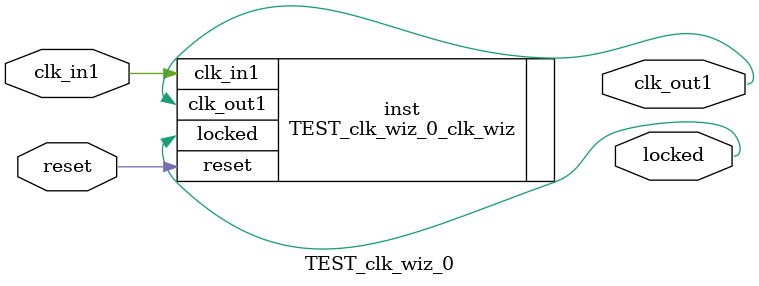
<source format=v>


`timescale 1ps/1ps

(* CORE_GENERATION_INFO = "TEST_clk_wiz_0,clk_wiz_v6_0_1_0_0,{component_name=TEST_clk_wiz_0,use_phase_alignment=true,use_min_o_jitter=false,use_max_i_jitter=false,use_dyn_phase_shift=false,use_inclk_switchover=false,use_dyn_reconfig=false,enable_axi=0,feedback_source=FDBK_AUTO,PRIMITIVE=MMCM,num_out_clk=1,clkin1_period=10.000,clkin2_period=10.000,use_power_down=false,use_reset=true,use_locked=true,use_inclk_stopped=false,feedback_type=SINGLE,CLOCK_MGR_TYPE=NA,manual_override=false}" *)

module TEST_clk_wiz_0 
 (
  // Clock out ports
  output        clk_out1,
  // Status and control signals
  input         reset,
  output        locked,
 // Clock in ports
  input         clk_in1
 );

  TEST_clk_wiz_0_clk_wiz inst
  (
  // Clock out ports  
  .clk_out1(clk_out1),
  // Status and control signals               
  .reset(reset), 
  .locked(locked),
 // Clock in ports
  .clk_in1(clk_in1)
  );

endmodule

</source>
